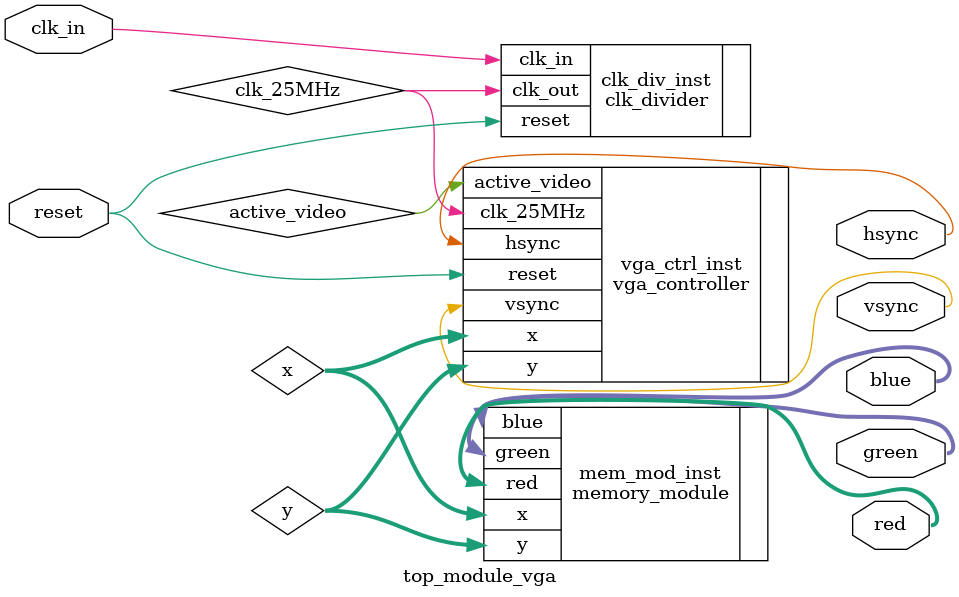
<source format=v>
`timescale 1ns / 1ps


module top_module_vga (
    input wire clk_in,        // Input clock (e.g., 100 MHz)
    input wire reset,         // Reset signal
    output wire hsync,        // Horizontal sync for VGA
    output wire vsync,        // Vertical sync for VGA
    output wire [4:0] red,    // 5-bit red VGA signal
    output wire [5:0] green,  // 6-bit green VGA signal
    output wire [4:0] blue    // 5-bit blue VGA signal
);

    // Clock signal for the VGA controller
    wire clk_25MHz;

    // VGA coordinates and active video signal
    wire [9:0] x;
    wire [9:0] y;
    wire active_video;

    // Instantiate Clock Divider
    clk_divider clk_div_inst (
        .clk_in(clk_in),       // Input clock (e.g., 100 MHz)
        .reset(reset),         // Reset signal
        .clk_out(clk_25MHz)    // Output clock (25 MHz for VGA)
    );

    // Instantiate VGA Controller
    vga_controller vga_ctrl_inst (
        .clk_25MHz(clk_25MHz), // 25 MHz clock
        .reset(reset),         // Reset signal
        .hsync(hsync),         // Horizontal sync signal
        .vsync(vsync),         // Vertical sync signal
        .active_video(active_video), // Active video region
        .x(x),                 // X coordinate
        .y(y)                  // Y coordinate
    );

    // Instantiate Memory Module
    memory_module mem_mod_inst (
        .x(x),                 // Current X coordinate from VGA
        .y(y),                 // Current Y coordinate from VGA
        .red(red),             // Red color output
        .green(green),         // Green color output
        .blue(blue)            // Blue color output
    );

endmodule

</source>
